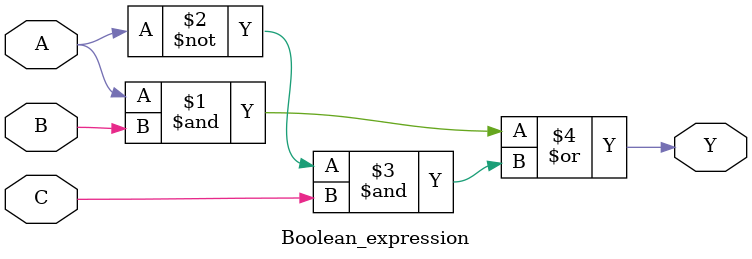
<source format=v>
`timescale 1ns / 1ps
module Boolean_expression(
output Y, input A, B, C);

    assign Y = (A & B) | (~A & C);
endmodule

</source>
